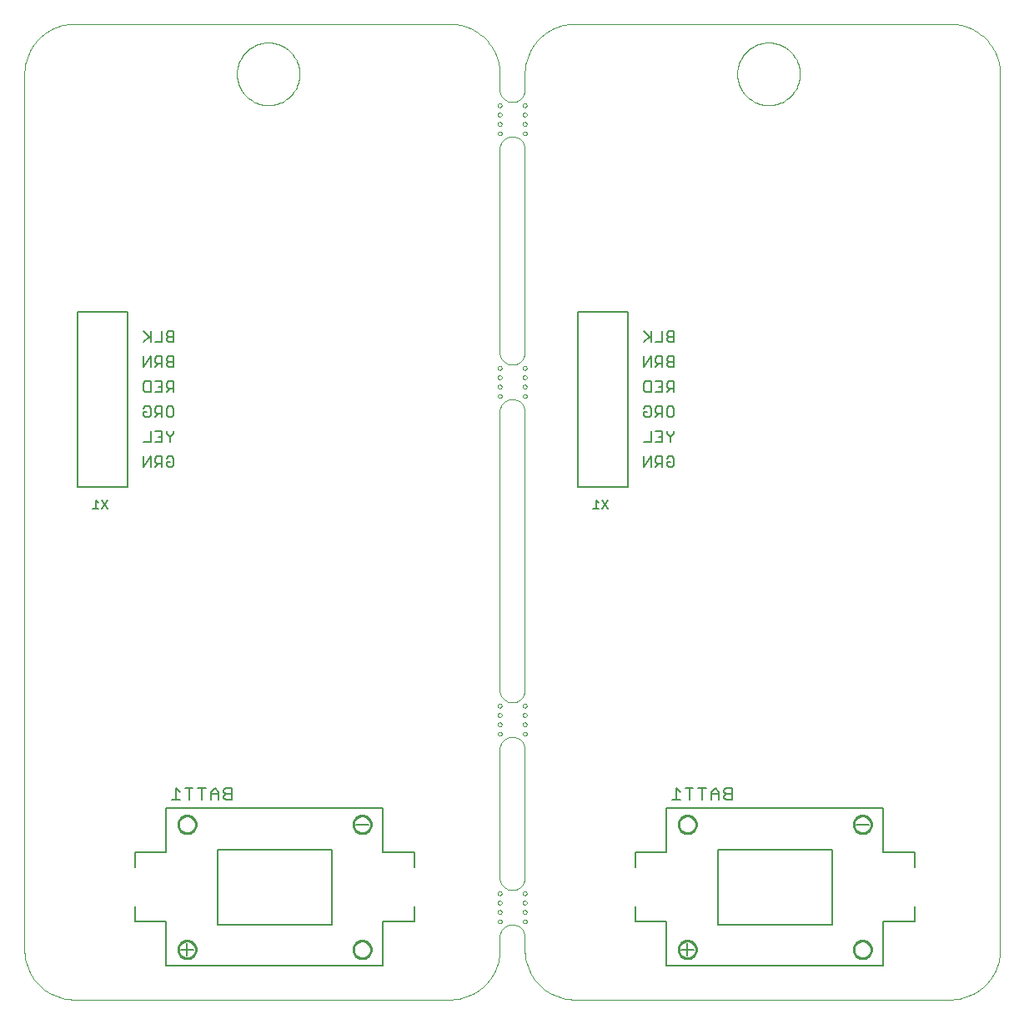
<source format=gbo>
G75*
G70*
%OFA0B0*%
%FSLAX24Y24*%
%IPPOS*%
%LPD*%
%AMOC8*
5,1,8,0,0,1.08239X$1,22.5*
%
%ADD10C,0.0000*%
%ADD11C,0.0080*%
%ADD12C,0.0100*%
D10*
X000655Y002655D02*
X000655Y037655D01*
X000657Y037750D01*
X000664Y037845D01*
X000675Y037940D01*
X000691Y038034D01*
X000711Y038127D01*
X000736Y038218D01*
X000765Y038309D01*
X000798Y038398D01*
X000836Y038486D01*
X000877Y038571D01*
X000923Y038655D01*
X000972Y038736D01*
X001026Y038815D01*
X001083Y038891D01*
X001144Y038965D01*
X001208Y039035D01*
X001275Y039102D01*
X001345Y039166D01*
X001419Y039227D01*
X001495Y039284D01*
X001574Y039338D01*
X001655Y039387D01*
X001739Y039433D01*
X001824Y039474D01*
X001912Y039512D01*
X002001Y039545D01*
X002092Y039574D01*
X002183Y039599D01*
X002276Y039619D01*
X002370Y039635D01*
X002465Y039646D01*
X002560Y039653D01*
X002655Y039655D01*
X017655Y039655D01*
X017750Y039653D01*
X017845Y039646D01*
X017940Y039635D01*
X018034Y039619D01*
X018127Y039599D01*
X018218Y039574D01*
X018309Y039545D01*
X018398Y039512D01*
X018486Y039474D01*
X018571Y039433D01*
X018655Y039387D01*
X018736Y039338D01*
X018815Y039284D01*
X018891Y039227D01*
X018965Y039166D01*
X019035Y039102D01*
X019102Y039035D01*
X019166Y038965D01*
X019227Y038891D01*
X019284Y038815D01*
X019338Y038736D01*
X019387Y038655D01*
X019433Y038571D01*
X019474Y038486D01*
X019512Y038398D01*
X019545Y038309D01*
X019574Y038218D01*
X019599Y038127D01*
X019619Y038034D01*
X019635Y037940D01*
X019646Y037845D01*
X019653Y037750D01*
X019655Y037655D01*
X019655Y037030D01*
X020155Y036530D02*
X020199Y036532D01*
X020242Y036538D01*
X020284Y036547D01*
X020326Y036560D01*
X020366Y036577D01*
X020405Y036597D01*
X020442Y036620D01*
X020476Y036647D01*
X020509Y036676D01*
X020538Y036709D01*
X020565Y036743D01*
X020588Y036780D01*
X020608Y036819D01*
X020625Y036859D01*
X020638Y036901D01*
X020647Y036943D01*
X020653Y036986D01*
X020655Y037030D01*
X020655Y037655D01*
X019655Y037030D02*
X019657Y036986D01*
X019663Y036943D01*
X019672Y036901D01*
X019685Y036859D01*
X019702Y036819D01*
X019722Y036780D01*
X019745Y036743D01*
X019772Y036709D01*
X019801Y036676D01*
X019834Y036647D01*
X019868Y036620D01*
X019905Y036597D01*
X019944Y036577D01*
X019984Y036560D01*
X020026Y036547D01*
X020068Y036538D01*
X020111Y036532D01*
X020155Y036530D01*
X019576Y036405D02*
X019578Y036423D01*
X019584Y036439D01*
X019593Y036454D01*
X019606Y036467D01*
X019621Y036476D01*
X019637Y036482D01*
X019655Y036484D01*
X019673Y036482D01*
X019689Y036476D01*
X019704Y036467D01*
X019717Y036454D01*
X019726Y036439D01*
X019732Y036423D01*
X019734Y036405D01*
X019732Y036387D01*
X019726Y036371D01*
X019717Y036356D01*
X019704Y036343D01*
X019689Y036334D01*
X019673Y036328D01*
X019655Y036326D01*
X019637Y036328D01*
X019621Y036334D01*
X019606Y036343D01*
X019593Y036356D01*
X019584Y036371D01*
X019578Y036387D01*
X019576Y036405D01*
X019576Y036030D02*
X019578Y036048D01*
X019584Y036064D01*
X019593Y036079D01*
X019606Y036092D01*
X019621Y036101D01*
X019637Y036107D01*
X019655Y036109D01*
X019673Y036107D01*
X019689Y036101D01*
X019704Y036092D01*
X019717Y036079D01*
X019726Y036064D01*
X019732Y036048D01*
X019734Y036030D01*
X019732Y036012D01*
X019726Y035996D01*
X019717Y035981D01*
X019704Y035968D01*
X019689Y035959D01*
X019673Y035953D01*
X019655Y035951D01*
X019637Y035953D01*
X019621Y035959D01*
X019606Y035968D01*
X019593Y035981D01*
X019584Y035996D01*
X019578Y036012D01*
X019576Y036030D01*
X019576Y035655D02*
X019578Y035673D01*
X019584Y035689D01*
X019593Y035704D01*
X019606Y035717D01*
X019621Y035726D01*
X019637Y035732D01*
X019655Y035734D01*
X019673Y035732D01*
X019689Y035726D01*
X019704Y035717D01*
X019717Y035704D01*
X019726Y035689D01*
X019732Y035673D01*
X019734Y035655D01*
X019732Y035637D01*
X019726Y035621D01*
X019717Y035606D01*
X019704Y035593D01*
X019689Y035584D01*
X019673Y035578D01*
X019655Y035576D01*
X019637Y035578D01*
X019621Y035584D01*
X019606Y035593D01*
X019593Y035606D01*
X019584Y035621D01*
X019578Y035637D01*
X019576Y035655D01*
X019576Y035280D02*
X019578Y035298D01*
X019584Y035314D01*
X019593Y035329D01*
X019606Y035342D01*
X019621Y035351D01*
X019637Y035357D01*
X019655Y035359D01*
X019673Y035357D01*
X019689Y035351D01*
X019704Y035342D01*
X019717Y035329D01*
X019726Y035314D01*
X019732Y035298D01*
X019734Y035280D01*
X019732Y035262D01*
X019726Y035246D01*
X019717Y035231D01*
X019704Y035218D01*
X019689Y035209D01*
X019673Y035203D01*
X019655Y035201D01*
X019637Y035203D01*
X019621Y035209D01*
X019606Y035218D01*
X019593Y035231D01*
X019584Y035246D01*
X019578Y035262D01*
X019576Y035280D01*
X019655Y034655D02*
X019655Y026530D01*
X020155Y026030D02*
X020199Y026032D01*
X020242Y026038D01*
X020284Y026047D01*
X020326Y026060D01*
X020366Y026077D01*
X020405Y026097D01*
X020442Y026120D01*
X020476Y026147D01*
X020509Y026176D01*
X020538Y026209D01*
X020565Y026243D01*
X020588Y026280D01*
X020608Y026319D01*
X020625Y026359D01*
X020638Y026401D01*
X020647Y026443D01*
X020653Y026486D01*
X020655Y026530D01*
X020655Y034655D01*
X020155Y035155D02*
X020111Y035153D01*
X020068Y035147D01*
X020026Y035138D01*
X019984Y035125D01*
X019944Y035108D01*
X019905Y035088D01*
X019868Y035065D01*
X019834Y035038D01*
X019801Y035009D01*
X019772Y034976D01*
X019745Y034942D01*
X019722Y034905D01*
X019702Y034866D01*
X019685Y034826D01*
X019672Y034784D01*
X019663Y034742D01*
X019657Y034699D01*
X019655Y034655D01*
X020155Y035155D02*
X020199Y035153D01*
X020242Y035147D01*
X020284Y035138D01*
X020326Y035125D01*
X020366Y035108D01*
X020405Y035088D01*
X020442Y035065D01*
X020476Y035038D01*
X020509Y035009D01*
X020538Y034976D01*
X020565Y034942D01*
X020588Y034905D01*
X020608Y034866D01*
X020625Y034826D01*
X020638Y034784D01*
X020647Y034742D01*
X020653Y034699D01*
X020655Y034655D01*
X020576Y035280D02*
X020578Y035298D01*
X020584Y035314D01*
X020593Y035329D01*
X020606Y035342D01*
X020621Y035351D01*
X020637Y035357D01*
X020655Y035359D01*
X020673Y035357D01*
X020689Y035351D01*
X020704Y035342D01*
X020717Y035329D01*
X020726Y035314D01*
X020732Y035298D01*
X020734Y035280D01*
X020732Y035262D01*
X020726Y035246D01*
X020717Y035231D01*
X020704Y035218D01*
X020689Y035209D01*
X020673Y035203D01*
X020655Y035201D01*
X020637Y035203D01*
X020621Y035209D01*
X020606Y035218D01*
X020593Y035231D01*
X020584Y035246D01*
X020578Y035262D01*
X020576Y035280D01*
X020576Y035655D02*
X020578Y035673D01*
X020584Y035689D01*
X020593Y035704D01*
X020606Y035717D01*
X020621Y035726D01*
X020637Y035732D01*
X020655Y035734D01*
X020673Y035732D01*
X020689Y035726D01*
X020704Y035717D01*
X020717Y035704D01*
X020726Y035689D01*
X020732Y035673D01*
X020734Y035655D01*
X020732Y035637D01*
X020726Y035621D01*
X020717Y035606D01*
X020704Y035593D01*
X020689Y035584D01*
X020673Y035578D01*
X020655Y035576D01*
X020637Y035578D01*
X020621Y035584D01*
X020606Y035593D01*
X020593Y035606D01*
X020584Y035621D01*
X020578Y035637D01*
X020576Y035655D01*
X020576Y036030D02*
X020578Y036048D01*
X020584Y036064D01*
X020593Y036079D01*
X020606Y036092D01*
X020621Y036101D01*
X020637Y036107D01*
X020655Y036109D01*
X020673Y036107D01*
X020689Y036101D01*
X020704Y036092D01*
X020717Y036079D01*
X020726Y036064D01*
X020732Y036048D01*
X020734Y036030D01*
X020732Y036012D01*
X020726Y035996D01*
X020717Y035981D01*
X020704Y035968D01*
X020689Y035959D01*
X020673Y035953D01*
X020655Y035951D01*
X020637Y035953D01*
X020621Y035959D01*
X020606Y035968D01*
X020593Y035981D01*
X020584Y035996D01*
X020578Y036012D01*
X020576Y036030D01*
X020576Y036405D02*
X020578Y036423D01*
X020584Y036439D01*
X020593Y036454D01*
X020606Y036467D01*
X020621Y036476D01*
X020637Y036482D01*
X020655Y036484D01*
X020673Y036482D01*
X020689Y036476D01*
X020704Y036467D01*
X020717Y036454D01*
X020726Y036439D01*
X020732Y036423D01*
X020734Y036405D01*
X020732Y036387D01*
X020726Y036371D01*
X020717Y036356D01*
X020704Y036343D01*
X020689Y036334D01*
X020673Y036328D01*
X020655Y036326D01*
X020637Y036328D01*
X020621Y036334D01*
X020606Y036343D01*
X020593Y036356D01*
X020584Y036371D01*
X020578Y036387D01*
X020576Y036405D01*
X020655Y037655D02*
X020657Y037750D01*
X020664Y037845D01*
X020675Y037940D01*
X020691Y038034D01*
X020711Y038127D01*
X020736Y038218D01*
X020765Y038309D01*
X020798Y038398D01*
X020836Y038486D01*
X020877Y038571D01*
X020923Y038655D01*
X020972Y038736D01*
X021026Y038815D01*
X021083Y038891D01*
X021144Y038965D01*
X021208Y039035D01*
X021275Y039102D01*
X021345Y039166D01*
X021419Y039227D01*
X021495Y039284D01*
X021574Y039338D01*
X021655Y039387D01*
X021739Y039433D01*
X021824Y039474D01*
X021912Y039512D01*
X022001Y039545D01*
X022092Y039574D01*
X022183Y039599D01*
X022276Y039619D01*
X022370Y039635D01*
X022465Y039646D01*
X022560Y039653D01*
X022655Y039655D01*
X037655Y039655D01*
X037750Y039653D01*
X037845Y039646D01*
X037940Y039635D01*
X038034Y039619D01*
X038127Y039599D01*
X038218Y039574D01*
X038309Y039545D01*
X038398Y039512D01*
X038486Y039474D01*
X038571Y039433D01*
X038655Y039387D01*
X038736Y039338D01*
X038815Y039284D01*
X038891Y039227D01*
X038965Y039166D01*
X039035Y039102D01*
X039102Y039035D01*
X039166Y038965D01*
X039227Y038891D01*
X039284Y038815D01*
X039338Y038736D01*
X039387Y038655D01*
X039433Y038571D01*
X039474Y038486D01*
X039512Y038398D01*
X039545Y038309D01*
X039574Y038218D01*
X039599Y038127D01*
X039619Y038034D01*
X039635Y037940D01*
X039646Y037845D01*
X039653Y037750D01*
X039655Y037655D01*
X039655Y002655D01*
X039653Y002560D01*
X039646Y002465D01*
X039635Y002370D01*
X039619Y002276D01*
X039599Y002183D01*
X039574Y002092D01*
X039545Y002001D01*
X039512Y001912D01*
X039474Y001824D01*
X039433Y001739D01*
X039387Y001655D01*
X039338Y001574D01*
X039284Y001495D01*
X039227Y001419D01*
X039166Y001345D01*
X039102Y001275D01*
X039035Y001208D01*
X038965Y001144D01*
X038891Y001083D01*
X038815Y001026D01*
X038736Y000972D01*
X038655Y000923D01*
X038571Y000877D01*
X038486Y000836D01*
X038398Y000798D01*
X038309Y000765D01*
X038218Y000736D01*
X038127Y000711D01*
X038034Y000691D01*
X037940Y000675D01*
X037845Y000664D01*
X037750Y000657D01*
X037655Y000655D01*
X022655Y000655D01*
X022560Y000657D01*
X022465Y000664D01*
X022370Y000675D01*
X022276Y000691D01*
X022183Y000711D01*
X022092Y000736D01*
X022001Y000765D01*
X021912Y000798D01*
X021824Y000836D01*
X021739Y000877D01*
X021655Y000923D01*
X021574Y000972D01*
X021495Y001026D01*
X021419Y001083D01*
X021345Y001144D01*
X021275Y001208D01*
X021208Y001275D01*
X021144Y001345D01*
X021083Y001419D01*
X021026Y001495D01*
X020972Y001574D01*
X020923Y001655D01*
X020877Y001739D01*
X020836Y001824D01*
X020798Y001912D01*
X020765Y002001D01*
X020736Y002092D01*
X020711Y002183D01*
X020691Y002276D01*
X020675Y002370D01*
X020664Y002465D01*
X020657Y002560D01*
X020655Y002655D01*
X020655Y003155D01*
X020155Y003655D02*
X020111Y003653D01*
X020068Y003647D01*
X020026Y003638D01*
X019984Y003625D01*
X019944Y003608D01*
X019905Y003588D01*
X019868Y003565D01*
X019834Y003538D01*
X019801Y003509D01*
X019772Y003476D01*
X019745Y003442D01*
X019722Y003405D01*
X019702Y003366D01*
X019685Y003326D01*
X019672Y003284D01*
X019663Y003242D01*
X019657Y003199D01*
X019655Y003155D01*
X019655Y002655D01*
X020655Y003155D02*
X020653Y003199D01*
X020647Y003242D01*
X020638Y003284D01*
X020625Y003326D01*
X020608Y003366D01*
X020588Y003405D01*
X020565Y003442D01*
X020538Y003476D01*
X020509Y003509D01*
X020476Y003538D01*
X020442Y003565D01*
X020405Y003588D01*
X020366Y003608D01*
X020326Y003625D01*
X020284Y003638D01*
X020242Y003647D01*
X020199Y003653D01*
X020155Y003655D01*
X019576Y003780D02*
X019578Y003798D01*
X019584Y003814D01*
X019593Y003829D01*
X019606Y003842D01*
X019621Y003851D01*
X019637Y003857D01*
X019655Y003859D01*
X019673Y003857D01*
X019689Y003851D01*
X019704Y003842D01*
X019717Y003829D01*
X019726Y003814D01*
X019732Y003798D01*
X019734Y003780D01*
X019732Y003762D01*
X019726Y003746D01*
X019717Y003731D01*
X019704Y003718D01*
X019689Y003709D01*
X019673Y003703D01*
X019655Y003701D01*
X019637Y003703D01*
X019621Y003709D01*
X019606Y003718D01*
X019593Y003731D01*
X019584Y003746D01*
X019578Y003762D01*
X019576Y003780D01*
X019576Y004155D02*
X019578Y004173D01*
X019584Y004189D01*
X019593Y004204D01*
X019606Y004217D01*
X019621Y004226D01*
X019637Y004232D01*
X019655Y004234D01*
X019673Y004232D01*
X019689Y004226D01*
X019704Y004217D01*
X019717Y004204D01*
X019726Y004189D01*
X019732Y004173D01*
X019734Y004155D01*
X019732Y004137D01*
X019726Y004121D01*
X019717Y004106D01*
X019704Y004093D01*
X019689Y004084D01*
X019673Y004078D01*
X019655Y004076D01*
X019637Y004078D01*
X019621Y004084D01*
X019606Y004093D01*
X019593Y004106D01*
X019584Y004121D01*
X019578Y004137D01*
X019576Y004155D01*
X019576Y004530D02*
X019578Y004548D01*
X019584Y004564D01*
X019593Y004579D01*
X019606Y004592D01*
X019621Y004601D01*
X019637Y004607D01*
X019655Y004609D01*
X019673Y004607D01*
X019689Y004601D01*
X019704Y004592D01*
X019717Y004579D01*
X019726Y004564D01*
X019732Y004548D01*
X019734Y004530D01*
X019732Y004512D01*
X019726Y004496D01*
X019717Y004481D01*
X019704Y004468D01*
X019689Y004459D01*
X019673Y004453D01*
X019655Y004451D01*
X019637Y004453D01*
X019621Y004459D01*
X019606Y004468D01*
X019593Y004481D01*
X019584Y004496D01*
X019578Y004512D01*
X019576Y004530D01*
X019576Y004905D02*
X019578Y004923D01*
X019584Y004939D01*
X019593Y004954D01*
X019606Y004967D01*
X019621Y004976D01*
X019637Y004982D01*
X019655Y004984D01*
X019673Y004982D01*
X019689Y004976D01*
X019704Y004967D01*
X019717Y004954D01*
X019726Y004939D01*
X019732Y004923D01*
X019734Y004905D01*
X019732Y004887D01*
X019726Y004871D01*
X019717Y004856D01*
X019704Y004843D01*
X019689Y004834D01*
X019673Y004828D01*
X019655Y004826D01*
X019637Y004828D01*
X019621Y004834D01*
X019606Y004843D01*
X019593Y004856D01*
X019584Y004871D01*
X019578Y004887D01*
X019576Y004905D01*
X019655Y005530D02*
X019655Y010655D01*
X019657Y010699D01*
X019663Y010742D01*
X019672Y010784D01*
X019685Y010826D01*
X019702Y010866D01*
X019722Y010905D01*
X019745Y010942D01*
X019772Y010976D01*
X019801Y011009D01*
X019834Y011038D01*
X019868Y011065D01*
X019905Y011088D01*
X019944Y011108D01*
X019984Y011125D01*
X020026Y011138D01*
X020068Y011147D01*
X020111Y011153D01*
X020155Y011155D01*
X020199Y011153D01*
X020242Y011147D01*
X020284Y011138D01*
X020326Y011125D01*
X020366Y011108D01*
X020405Y011088D01*
X020442Y011065D01*
X020476Y011038D01*
X020509Y011009D01*
X020538Y010976D01*
X020565Y010942D01*
X020588Y010905D01*
X020608Y010866D01*
X020625Y010826D01*
X020638Y010784D01*
X020647Y010742D01*
X020653Y010699D01*
X020655Y010655D01*
X020655Y005530D01*
X020653Y005486D01*
X020647Y005443D01*
X020638Y005401D01*
X020625Y005359D01*
X020608Y005319D01*
X020588Y005280D01*
X020565Y005243D01*
X020538Y005209D01*
X020509Y005176D01*
X020476Y005147D01*
X020442Y005120D01*
X020405Y005097D01*
X020366Y005077D01*
X020326Y005060D01*
X020284Y005047D01*
X020242Y005038D01*
X020199Y005032D01*
X020155Y005030D01*
X020111Y005032D01*
X020068Y005038D01*
X020026Y005047D01*
X019984Y005060D01*
X019944Y005077D01*
X019905Y005097D01*
X019868Y005120D01*
X019834Y005147D01*
X019801Y005176D01*
X019772Y005209D01*
X019745Y005243D01*
X019722Y005280D01*
X019702Y005319D01*
X019685Y005359D01*
X019672Y005401D01*
X019663Y005443D01*
X019657Y005486D01*
X019655Y005530D01*
X020576Y004905D02*
X020578Y004923D01*
X020584Y004939D01*
X020593Y004954D01*
X020606Y004967D01*
X020621Y004976D01*
X020637Y004982D01*
X020655Y004984D01*
X020673Y004982D01*
X020689Y004976D01*
X020704Y004967D01*
X020717Y004954D01*
X020726Y004939D01*
X020732Y004923D01*
X020734Y004905D01*
X020732Y004887D01*
X020726Y004871D01*
X020717Y004856D01*
X020704Y004843D01*
X020689Y004834D01*
X020673Y004828D01*
X020655Y004826D01*
X020637Y004828D01*
X020621Y004834D01*
X020606Y004843D01*
X020593Y004856D01*
X020584Y004871D01*
X020578Y004887D01*
X020576Y004905D01*
X020576Y004530D02*
X020578Y004548D01*
X020584Y004564D01*
X020593Y004579D01*
X020606Y004592D01*
X020621Y004601D01*
X020637Y004607D01*
X020655Y004609D01*
X020673Y004607D01*
X020689Y004601D01*
X020704Y004592D01*
X020717Y004579D01*
X020726Y004564D01*
X020732Y004548D01*
X020734Y004530D01*
X020732Y004512D01*
X020726Y004496D01*
X020717Y004481D01*
X020704Y004468D01*
X020689Y004459D01*
X020673Y004453D01*
X020655Y004451D01*
X020637Y004453D01*
X020621Y004459D01*
X020606Y004468D01*
X020593Y004481D01*
X020584Y004496D01*
X020578Y004512D01*
X020576Y004530D01*
X020576Y004155D02*
X020578Y004173D01*
X020584Y004189D01*
X020593Y004204D01*
X020606Y004217D01*
X020621Y004226D01*
X020637Y004232D01*
X020655Y004234D01*
X020673Y004232D01*
X020689Y004226D01*
X020704Y004217D01*
X020717Y004204D01*
X020726Y004189D01*
X020732Y004173D01*
X020734Y004155D01*
X020732Y004137D01*
X020726Y004121D01*
X020717Y004106D01*
X020704Y004093D01*
X020689Y004084D01*
X020673Y004078D01*
X020655Y004076D01*
X020637Y004078D01*
X020621Y004084D01*
X020606Y004093D01*
X020593Y004106D01*
X020584Y004121D01*
X020578Y004137D01*
X020576Y004155D01*
X020576Y003780D02*
X020578Y003798D01*
X020584Y003814D01*
X020593Y003829D01*
X020606Y003842D01*
X020621Y003851D01*
X020637Y003857D01*
X020655Y003859D01*
X020673Y003857D01*
X020689Y003851D01*
X020704Y003842D01*
X020717Y003829D01*
X020726Y003814D01*
X020732Y003798D01*
X020734Y003780D01*
X020732Y003762D01*
X020726Y003746D01*
X020717Y003731D01*
X020704Y003718D01*
X020689Y003709D01*
X020673Y003703D01*
X020655Y003701D01*
X020637Y003703D01*
X020621Y003709D01*
X020606Y003718D01*
X020593Y003731D01*
X020584Y003746D01*
X020578Y003762D01*
X020576Y003780D01*
X019655Y002655D02*
X019653Y002560D01*
X019646Y002465D01*
X019635Y002370D01*
X019619Y002276D01*
X019599Y002183D01*
X019574Y002092D01*
X019545Y002001D01*
X019512Y001912D01*
X019474Y001824D01*
X019433Y001739D01*
X019387Y001655D01*
X019338Y001574D01*
X019284Y001495D01*
X019227Y001419D01*
X019166Y001345D01*
X019102Y001275D01*
X019035Y001208D01*
X018965Y001144D01*
X018891Y001083D01*
X018815Y001026D01*
X018736Y000972D01*
X018655Y000923D01*
X018571Y000877D01*
X018486Y000836D01*
X018398Y000798D01*
X018309Y000765D01*
X018218Y000736D01*
X018127Y000711D01*
X018034Y000691D01*
X017940Y000675D01*
X017845Y000664D01*
X017750Y000657D01*
X017655Y000655D01*
X002655Y000655D01*
X002560Y000657D01*
X002465Y000664D01*
X002370Y000675D01*
X002276Y000691D01*
X002183Y000711D01*
X002092Y000736D01*
X002001Y000765D01*
X001912Y000798D01*
X001824Y000836D01*
X001739Y000877D01*
X001655Y000923D01*
X001574Y000972D01*
X001495Y001026D01*
X001419Y001083D01*
X001345Y001144D01*
X001275Y001208D01*
X001208Y001275D01*
X001144Y001345D01*
X001083Y001419D01*
X001026Y001495D01*
X000972Y001574D01*
X000923Y001655D01*
X000877Y001739D01*
X000836Y001824D01*
X000798Y001912D01*
X000765Y002001D01*
X000736Y002092D01*
X000711Y002183D01*
X000691Y002276D01*
X000675Y002370D01*
X000664Y002465D01*
X000657Y002560D01*
X000655Y002655D01*
X019576Y011280D02*
X019578Y011298D01*
X019584Y011314D01*
X019593Y011329D01*
X019606Y011342D01*
X019621Y011351D01*
X019637Y011357D01*
X019655Y011359D01*
X019673Y011357D01*
X019689Y011351D01*
X019704Y011342D01*
X019717Y011329D01*
X019726Y011314D01*
X019732Y011298D01*
X019734Y011280D01*
X019732Y011262D01*
X019726Y011246D01*
X019717Y011231D01*
X019704Y011218D01*
X019689Y011209D01*
X019673Y011203D01*
X019655Y011201D01*
X019637Y011203D01*
X019621Y011209D01*
X019606Y011218D01*
X019593Y011231D01*
X019584Y011246D01*
X019578Y011262D01*
X019576Y011280D01*
X019576Y011655D02*
X019578Y011673D01*
X019584Y011689D01*
X019593Y011704D01*
X019606Y011717D01*
X019621Y011726D01*
X019637Y011732D01*
X019655Y011734D01*
X019673Y011732D01*
X019689Y011726D01*
X019704Y011717D01*
X019717Y011704D01*
X019726Y011689D01*
X019732Y011673D01*
X019734Y011655D01*
X019732Y011637D01*
X019726Y011621D01*
X019717Y011606D01*
X019704Y011593D01*
X019689Y011584D01*
X019673Y011578D01*
X019655Y011576D01*
X019637Y011578D01*
X019621Y011584D01*
X019606Y011593D01*
X019593Y011606D01*
X019584Y011621D01*
X019578Y011637D01*
X019576Y011655D01*
X019576Y012030D02*
X019578Y012048D01*
X019584Y012064D01*
X019593Y012079D01*
X019606Y012092D01*
X019621Y012101D01*
X019637Y012107D01*
X019655Y012109D01*
X019673Y012107D01*
X019689Y012101D01*
X019704Y012092D01*
X019717Y012079D01*
X019726Y012064D01*
X019732Y012048D01*
X019734Y012030D01*
X019732Y012012D01*
X019726Y011996D01*
X019717Y011981D01*
X019704Y011968D01*
X019689Y011959D01*
X019673Y011953D01*
X019655Y011951D01*
X019637Y011953D01*
X019621Y011959D01*
X019606Y011968D01*
X019593Y011981D01*
X019584Y011996D01*
X019578Y012012D01*
X019576Y012030D01*
X019576Y012405D02*
X019578Y012423D01*
X019584Y012439D01*
X019593Y012454D01*
X019606Y012467D01*
X019621Y012476D01*
X019637Y012482D01*
X019655Y012484D01*
X019673Y012482D01*
X019689Y012476D01*
X019704Y012467D01*
X019717Y012454D01*
X019726Y012439D01*
X019732Y012423D01*
X019734Y012405D01*
X019732Y012387D01*
X019726Y012371D01*
X019717Y012356D01*
X019704Y012343D01*
X019689Y012334D01*
X019673Y012328D01*
X019655Y012326D01*
X019637Y012328D01*
X019621Y012334D01*
X019606Y012343D01*
X019593Y012356D01*
X019584Y012371D01*
X019578Y012387D01*
X019576Y012405D01*
X019655Y013030D02*
X019655Y024155D01*
X019657Y024199D01*
X019663Y024242D01*
X019672Y024284D01*
X019685Y024326D01*
X019702Y024366D01*
X019722Y024405D01*
X019745Y024442D01*
X019772Y024476D01*
X019801Y024509D01*
X019834Y024538D01*
X019868Y024565D01*
X019905Y024588D01*
X019944Y024608D01*
X019984Y024625D01*
X020026Y024638D01*
X020068Y024647D01*
X020111Y024653D01*
X020155Y024655D01*
X019576Y024780D02*
X019578Y024798D01*
X019584Y024814D01*
X019593Y024829D01*
X019606Y024842D01*
X019621Y024851D01*
X019637Y024857D01*
X019655Y024859D01*
X019673Y024857D01*
X019689Y024851D01*
X019704Y024842D01*
X019717Y024829D01*
X019726Y024814D01*
X019732Y024798D01*
X019734Y024780D01*
X019732Y024762D01*
X019726Y024746D01*
X019717Y024731D01*
X019704Y024718D01*
X019689Y024709D01*
X019673Y024703D01*
X019655Y024701D01*
X019637Y024703D01*
X019621Y024709D01*
X019606Y024718D01*
X019593Y024731D01*
X019584Y024746D01*
X019578Y024762D01*
X019576Y024780D01*
X019576Y025155D02*
X019578Y025173D01*
X019584Y025189D01*
X019593Y025204D01*
X019606Y025217D01*
X019621Y025226D01*
X019637Y025232D01*
X019655Y025234D01*
X019673Y025232D01*
X019689Y025226D01*
X019704Y025217D01*
X019717Y025204D01*
X019726Y025189D01*
X019732Y025173D01*
X019734Y025155D01*
X019732Y025137D01*
X019726Y025121D01*
X019717Y025106D01*
X019704Y025093D01*
X019689Y025084D01*
X019673Y025078D01*
X019655Y025076D01*
X019637Y025078D01*
X019621Y025084D01*
X019606Y025093D01*
X019593Y025106D01*
X019584Y025121D01*
X019578Y025137D01*
X019576Y025155D01*
X019576Y025530D02*
X019578Y025548D01*
X019584Y025564D01*
X019593Y025579D01*
X019606Y025592D01*
X019621Y025601D01*
X019637Y025607D01*
X019655Y025609D01*
X019673Y025607D01*
X019689Y025601D01*
X019704Y025592D01*
X019717Y025579D01*
X019726Y025564D01*
X019732Y025548D01*
X019734Y025530D01*
X019732Y025512D01*
X019726Y025496D01*
X019717Y025481D01*
X019704Y025468D01*
X019689Y025459D01*
X019673Y025453D01*
X019655Y025451D01*
X019637Y025453D01*
X019621Y025459D01*
X019606Y025468D01*
X019593Y025481D01*
X019584Y025496D01*
X019578Y025512D01*
X019576Y025530D01*
X019576Y025905D02*
X019578Y025923D01*
X019584Y025939D01*
X019593Y025954D01*
X019606Y025967D01*
X019621Y025976D01*
X019637Y025982D01*
X019655Y025984D01*
X019673Y025982D01*
X019689Y025976D01*
X019704Y025967D01*
X019717Y025954D01*
X019726Y025939D01*
X019732Y025923D01*
X019734Y025905D01*
X019732Y025887D01*
X019726Y025871D01*
X019717Y025856D01*
X019704Y025843D01*
X019689Y025834D01*
X019673Y025828D01*
X019655Y025826D01*
X019637Y025828D01*
X019621Y025834D01*
X019606Y025843D01*
X019593Y025856D01*
X019584Y025871D01*
X019578Y025887D01*
X019576Y025905D01*
X020155Y026030D02*
X020111Y026032D01*
X020068Y026038D01*
X020026Y026047D01*
X019984Y026060D01*
X019944Y026077D01*
X019905Y026097D01*
X019868Y026120D01*
X019834Y026147D01*
X019801Y026176D01*
X019772Y026209D01*
X019745Y026243D01*
X019722Y026280D01*
X019702Y026319D01*
X019685Y026359D01*
X019672Y026401D01*
X019663Y026443D01*
X019657Y026486D01*
X019655Y026530D01*
X020576Y025905D02*
X020578Y025923D01*
X020584Y025939D01*
X020593Y025954D01*
X020606Y025967D01*
X020621Y025976D01*
X020637Y025982D01*
X020655Y025984D01*
X020673Y025982D01*
X020689Y025976D01*
X020704Y025967D01*
X020717Y025954D01*
X020726Y025939D01*
X020732Y025923D01*
X020734Y025905D01*
X020732Y025887D01*
X020726Y025871D01*
X020717Y025856D01*
X020704Y025843D01*
X020689Y025834D01*
X020673Y025828D01*
X020655Y025826D01*
X020637Y025828D01*
X020621Y025834D01*
X020606Y025843D01*
X020593Y025856D01*
X020584Y025871D01*
X020578Y025887D01*
X020576Y025905D01*
X020576Y025530D02*
X020578Y025548D01*
X020584Y025564D01*
X020593Y025579D01*
X020606Y025592D01*
X020621Y025601D01*
X020637Y025607D01*
X020655Y025609D01*
X020673Y025607D01*
X020689Y025601D01*
X020704Y025592D01*
X020717Y025579D01*
X020726Y025564D01*
X020732Y025548D01*
X020734Y025530D01*
X020732Y025512D01*
X020726Y025496D01*
X020717Y025481D01*
X020704Y025468D01*
X020689Y025459D01*
X020673Y025453D01*
X020655Y025451D01*
X020637Y025453D01*
X020621Y025459D01*
X020606Y025468D01*
X020593Y025481D01*
X020584Y025496D01*
X020578Y025512D01*
X020576Y025530D01*
X020576Y025155D02*
X020578Y025173D01*
X020584Y025189D01*
X020593Y025204D01*
X020606Y025217D01*
X020621Y025226D01*
X020637Y025232D01*
X020655Y025234D01*
X020673Y025232D01*
X020689Y025226D01*
X020704Y025217D01*
X020717Y025204D01*
X020726Y025189D01*
X020732Y025173D01*
X020734Y025155D01*
X020732Y025137D01*
X020726Y025121D01*
X020717Y025106D01*
X020704Y025093D01*
X020689Y025084D01*
X020673Y025078D01*
X020655Y025076D01*
X020637Y025078D01*
X020621Y025084D01*
X020606Y025093D01*
X020593Y025106D01*
X020584Y025121D01*
X020578Y025137D01*
X020576Y025155D01*
X020576Y024780D02*
X020578Y024798D01*
X020584Y024814D01*
X020593Y024829D01*
X020606Y024842D01*
X020621Y024851D01*
X020637Y024857D01*
X020655Y024859D01*
X020673Y024857D01*
X020689Y024851D01*
X020704Y024842D01*
X020717Y024829D01*
X020726Y024814D01*
X020732Y024798D01*
X020734Y024780D01*
X020732Y024762D01*
X020726Y024746D01*
X020717Y024731D01*
X020704Y024718D01*
X020689Y024709D01*
X020673Y024703D01*
X020655Y024701D01*
X020637Y024703D01*
X020621Y024709D01*
X020606Y024718D01*
X020593Y024731D01*
X020584Y024746D01*
X020578Y024762D01*
X020576Y024780D01*
X020655Y024155D02*
X020655Y013030D01*
X020653Y012986D01*
X020647Y012943D01*
X020638Y012901D01*
X020625Y012859D01*
X020608Y012819D01*
X020588Y012780D01*
X020565Y012743D01*
X020538Y012709D01*
X020509Y012676D01*
X020476Y012647D01*
X020442Y012620D01*
X020405Y012597D01*
X020366Y012577D01*
X020326Y012560D01*
X020284Y012547D01*
X020242Y012538D01*
X020199Y012532D01*
X020155Y012530D01*
X020111Y012532D01*
X020068Y012538D01*
X020026Y012547D01*
X019984Y012560D01*
X019944Y012577D01*
X019905Y012597D01*
X019868Y012620D01*
X019834Y012647D01*
X019801Y012676D01*
X019772Y012709D01*
X019745Y012743D01*
X019722Y012780D01*
X019702Y012819D01*
X019685Y012859D01*
X019672Y012901D01*
X019663Y012943D01*
X019657Y012986D01*
X019655Y013030D01*
X020576Y012405D02*
X020578Y012423D01*
X020584Y012439D01*
X020593Y012454D01*
X020606Y012467D01*
X020621Y012476D01*
X020637Y012482D01*
X020655Y012484D01*
X020673Y012482D01*
X020689Y012476D01*
X020704Y012467D01*
X020717Y012454D01*
X020726Y012439D01*
X020732Y012423D01*
X020734Y012405D01*
X020732Y012387D01*
X020726Y012371D01*
X020717Y012356D01*
X020704Y012343D01*
X020689Y012334D01*
X020673Y012328D01*
X020655Y012326D01*
X020637Y012328D01*
X020621Y012334D01*
X020606Y012343D01*
X020593Y012356D01*
X020584Y012371D01*
X020578Y012387D01*
X020576Y012405D01*
X020576Y012030D02*
X020578Y012048D01*
X020584Y012064D01*
X020593Y012079D01*
X020606Y012092D01*
X020621Y012101D01*
X020637Y012107D01*
X020655Y012109D01*
X020673Y012107D01*
X020689Y012101D01*
X020704Y012092D01*
X020717Y012079D01*
X020726Y012064D01*
X020732Y012048D01*
X020734Y012030D01*
X020732Y012012D01*
X020726Y011996D01*
X020717Y011981D01*
X020704Y011968D01*
X020689Y011959D01*
X020673Y011953D01*
X020655Y011951D01*
X020637Y011953D01*
X020621Y011959D01*
X020606Y011968D01*
X020593Y011981D01*
X020584Y011996D01*
X020578Y012012D01*
X020576Y012030D01*
X020576Y011655D02*
X020578Y011673D01*
X020584Y011689D01*
X020593Y011704D01*
X020606Y011717D01*
X020621Y011726D01*
X020637Y011732D01*
X020655Y011734D01*
X020673Y011732D01*
X020689Y011726D01*
X020704Y011717D01*
X020717Y011704D01*
X020726Y011689D01*
X020732Y011673D01*
X020734Y011655D01*
X020732Y011637D01*
X020726Y011621D01*
X020717Y011606D01*
X020704Y011593D01*
X020689Y011584D01*
X020673Y011578D01*
X020655Y011576D01*
X020637Y011578D01*
X020621Y011584D01*
X020606Y011593D01*
X020593Y011606D01*
X020584Y011621D01*
X020578Y011637D01*
X020576Y011655D01*
X020576Y011280D02*
X020578Y011298D01*
X020584Y011314D01*
X020593Y011329D01*
X020606Y011342D01*
X020621Y011351D01*
X020637Y011357D01*
X020655Y011359D01*
X020673Y011357D01*
X020689Y011351D01*
X020704Y011342D01*
X020717Y011329D01*
X020726Y011314D01*
X020732Y011298D01*
X020734Y011280D01*
X020732Y011262D01*
X020726Y011246D01*
X020717Y011231D01*
X020704Y011218D01*
X020689Y011209D01*
X020673Y011203D01*
X020655Y011201D01*
X020637Y011203D01*
X020621Y011209D01*
X020606Y011218D01*
X020593Y011231D01*
X020584Y011246D01*
X020578Y011262D01*
X020576Y011280D01*
X020655Y024155D02*
X020653Y024199D01*
X020647Y024242D01*
X020638Y024284D01*
X020625Y024326D01*
X020608Y024366D01*
X020588Y024405D01*
X020565Y024442D01*
X020538Y024476D01*
X020509Y024509D01*
X020476Y024538D01*
X020442Y024565D01*
X020405Y024588D01*
X020366Y024608D01*
X020326Y024625D01*
X020284Y024638D01*
X020242Y024647D01*
X020199Y024653D01*
X020155Y024655D01*
X009155Y037655D02*
X009157Y037725D01*
X009163Y037795D01*
X009173Y037864D01*
X009186Y037933D01*
X009204Y038001D01*
X009225Y038068D01*
X009250Y038133D01*
X009279Y038197D01*
X009311Y038260D01*
X009347Y038320D01*
X009386Y038378D01*
X009428Y038434D01*
X009473Y038488D01*
X009521Y038539D01*
X009572Y038587D01*
X009626Y038632D01*
X009682Y038674D01*
X009740Y038713D01*
X009800Y038749D01*
X009863Y038781D01*
X009927Y038810D01*
X009992Y038835D01*
X010059Y038856D01*
X010127Y038874D01*
X010196Y038887D01*
X010265Y038897D01*
X010335Y038903D01*
X010405Y038905D01*
X010475Y038903D01*
X010545Y038897D01*
X010614Y038887D01*
X010683Y038874D01*
X010751Y038856D01*
X010818Y038835D01*
X010883Y038810D01*
X010947Y038781D01*
X011010Y038749D01*
X011070Y038713D01*
X011128Y038674D01*
X011184Y038632D01*
X011238Y038587D01*
X011289Y038539D01*
X011337Y038488D01*
X011382Y038434D01*
X011424Y038378D01*
X011463Y038320D01*
X011499Y038260D01*
X011531Y038197D01*
X011560Y038133D01*
X011585Y038068D01*
X011606Y038001D01*
X011624Y037933D01*
X011637Y037864D01*
X011647Y037795D01*
X011653Y037725D01*
X011655Y037655D01*
X011653Y037585D01*
X011647Y037515D01*
X011637Y037446D01*
X011624Y037377D01*
X011606Y037309D01*
X011585Y037242D01*
X011560Y037177D01*
X011531Y037113D01*
X011499Y037050D01*
X011463Y036990D01*
X011424Y036932D01*
X011382Y036876D01*
X011337Y036822D01*
X011289Y036771D01*
X011238Y036723D01*
X011184Y036678D01*
X011128Y036636D01*
X011070Y036597D01*
X011010Y036561D01*
X010947Y036529D01*
X010883Y036500D01*
X010818Y036475D01*
X010751Y036454D01*
X010683Y036436D01*
X010614Y036423D01*
X010545Y036413D01*
X010475Y036407D01*
X010405Y036405D01*
X010335Y036407D01*
X010265Y036413D01*
X010196Y036423D01*
X010127Y036436D01*
X010059Y036454D01*
X009992Y036475D01*
X009927Y036500D01*
X009863Y036529D01*
X009800Y036561D01*
X009740Y036597D01*
X009682Y036636D01*
X009626Y036678D01*
X009572Y036723D01*
X009521Y036771D01*
X009473Y036822D01*
X009428Y036876D01*
X009386Y036932D01*
X009347Y036990D01*
X009311Y037050D01*
X009279Y037113D01*
X009250Y037177D01*
X009225Y037242D01*
X009204Y037309D01*
X009186Y037377D01*
X009173Y037446D01*
X009163Y037515D01*
X009157Y037585D01*
X009155Y037655D01*
X029155Y037655D02*
X029157Y037725D01*
X029163Y037795D01*
X029173Y037864D01*
X029186Y037933D01*
X029204Y038001D01*
X029225Y038068D01*
X029250Y038133D01*
X029279Y038197D01*
X029311Y038260D01*
X029347Y038320D01*
X029386Y038378D01*
X029428Y038434D01*
X029473Y038488D01*
X029521Y038539D01*
X029572Y038587D01*
X029626Y038632D01*
X029682Y038674D01*
X029740Y038713D01*
X029800Y038749D01*
X029863Y038781D01*
X029927Y038810D01*
X029992Y038835D01*
X030059Y038856D01*
X030127Y038874D01*
X030196Y038887D01*
X030265Y038897D01*
X030335Y038903D01*
X030405Y038905D01*
X030475Y038903D01*
X030545Y038897D01*
X030614Y038887D01*
X030683Y038874D01*
X030751Y038856D01*
X030818Y038835D01*
X030883Y038810D01*
X030947Y038781D01*
X031010Y038749D01*
X031070Y038713D01*
X031128Y038674D01*
X031184Y038632D01*
X031238Y038587D01*
X031289Y038539D01*
X031337Y038488D01*
X031382Y038434D01*
X031424Y038378D01*
X031463Y038320D01*
X031499Y038260D01*
X031531Y038197D01*
X031560Y038133D01*
X031585Y038068D01*
X031606Y038001D01*
X031624Y037933D01*
X031637Y037864D01*
X031647Y037795D01*
X031653Y037725D01*
X031655Y037655D01*
X031653Y037585D01*
X031647Y037515D01*
X031637Y037446D01*
X031624Y037377D01*
X031606Y037309D01*
X031585Y037242D01*
X031560Y037177D01*
X031531Y037113D01*
X031499Y037050D01*
X031463Y036990D01*
X031424Y036932D01*
X031382Y036876D01*
X031337Y036822D01*
X031289Y036771D01*
X031238Y036723D01*
X031184Y036678D01*
X031128Y036636D01*
X031070Y036597D01*
X031010Y036561D01*
X030947Y036529D01*
X030883Y036500D01*
X030818Y036475D01*
X030751Y036454D01*
X030683Y036436D01*
X030614Y036423D01*
X030545Y036413D01*
X030475Y036407D01*
X030405Y036405D01*
X030335Y036407D01*
X030265Y036413D01*
X030196Y036423D01*
X030127Y036436D01*
X030059Y036454D01*
X029992Y036475D01*
X029927Y036500D01*
X029863Y036529D01*
X029800Y036561D01*
X029740Y036597D01*
X029682Y036636D01*
X029626Y036678D01*
X029572Y036723D01*
X029521Y036771D01*
X029473Y036822D01*
X029428Y036876D01*
X029386Y036932D01*
X029347Y036990D01*
X029311Y037050D01*
X029279Y037113D01*
X029250Y037177D01*
X029225Y037242D01*
X029204Y037309D01*
X029186Y037377D01*
X029173Y037446D01*
X029163Y037515D01*
X029157Y037585D01*
X029155Y037655D01*
D11*
X024780Y028155D02*
X022780Y028155D01*
X022780Y021155D01*
X024780Y021155D01*
X024780Y028155D01*
X025420Y027365D02*
X025701Y027085D01*
X025631Y027155D02*
X025420Y026945D01*
X025701Y026945D02*
X025701Y027365D01*
X025881Y026945D02*
X026161Y026945D01*
X026161Y027365D01*
X026341Y027295D02*
X026341Y027225D01*
X026411Y027155D01*
X026621Y027155D01*
X026621Y026945D02*
X026621Y027365D01*
X026411Y027365D01*
X026341Y027295D01*
X026411Y027155D02*
X026341Y027085D01*
X026341Y027015D01*
X026411Y026945D01*
X026621Y026945D01*
X026621Y026365D02*
X026411Y026365D01*
X026341Y026295D01*
X026341Y026225D01*
X026411Y026155D01*
X026621Y026155D01*
X026621Y025945D02*
X026411Y025945D01*
X026341Y026015D01*
X026341Y026085D01*
X026411Y026155D01*
X026161Y026085D02*
X025951Y026085D01*
X025881Y026155D01*
X025881Y026295D01*
X025951Y026365D01*
X026161Y026365D01*
X026161Y025945D01*
X026021Y026085D02*
X025881Y025945D01*
X025701Y025945D02*
X025701Y026365D01*
X025420Y025945D01*
X025420Y026365D01*
X025490Y025365D02*
X025701Y025365D01*
X025701Y024945D01*
X025490Y024945D01*
X025420Y025015D01*
X025420Y025295D01*
X025490Y025365D01*
X025881Y025365D02*
X026161Y025365D01*
X026161Y024945D01*
X025881Y024945D01*
X026021Y025155D02*
X026161Y025155D01*
X026341Y025155D02*
X026411Y025085D01*
X026621Y025085D01*
X026481Y025085D02*
X026341Y024945D01*
X026341Y025155D02*
X026341Y025295D01*
X026411Y025365D01*
X026621Y025365D01*
X026621Y024945D01*
X026551Y024365D02*
X026411Y024365D01*
X026341Y024295D01*
X026341Y024015D01*
X026411Y023945D01*
X026551Y023945D01*
X026621Y024015D01*
X026621Y024295D01*
X026551Y024365D01*
X026161Y024365D02*
X026161Y023945D01*
X026161Y024085D02*
X025951Y024085D01*
X025881Y024155D01*
X025881Y024295D01*
X025951Y024365D01*
X026161Y024365D01*
X026021Y024085D02*
X025881Y023945D01*
X025701Y024015D02*
X025701Y024295D01*
X025631Y024365D01*
X025490Y024365D01*
X025420Y024295D01*
X025420Y024155D02*
X025560Y024155D01*
X025420Y024155D02*
X025420Y024015D01*
X025490Y023945D01*
X025631Y023945D01*
X025701Y024015D01*
X025701Y023365D02*
X025701Y022945D01*
X025420Y022945D01*
X025881Y022945D02*
X026161Y022945D01*
X026161Y023365D01*
X025881Y023365D01*
X026021Y023155D02*
X026161Y023155D01*
X026341Y023295D02*
X026341Y023365D01*
X026341Y023295D02*
X026481Y023155D01*
X026481Y022945D01*
X026481Y023155D02*
X026621Y023295D01*
X026621Y023365D01*
X026551Y022365D02*
X026411Y022365D01*
X026341Y022295D01*
X026341Y022155D02*
X026481Y022155D01*
X026341Y022155D02*
X026341Y022015D01*
X026411Y021945D01*
X026551Y021945D01*
X026621Y022015D01*
X026621Y022295D01*
X026551Y022365D01*
X026161Y022365D02*
X026161Y021945D01*
X026161Y022085D02*
X025951Y022085D01*
X025881Y022155D01*
X025881Y022295D01*
X025951Y022365D01*
X026161Y022365D01*
X026021Y022085D02*
X025881Y021945D01*
X025701Y021945D02*
X025701Y022365D01*
X025420Y021945D01*
X025420Y022365D01*
X023977Y020615D02*
X023763Y020295D01*
X023608Y020295D02*
X023395Y020295D01*
X023502Y020295D02*
X023502Y020615D01*
X023608Y020509D01*
X023763Y020615D02*
X023977Y020295D01*
X026621Y025945D02*
X026621Y026365D01*
X026721Y009116D02*
X026721Y008635D01*
X026881Y008635D02*
X026561Y008635D01*
X026324Y008305D02*
X026324Y006533D01*
X025065Y006533D01*
X025065Y005943D01*
X025065Y004368D02*
X025065Y003777D01*
X026324Y003777D01*
X026324Y002006D01*
X034986Y002006D01*
X034986Y003777D01*
X036246Y003777D01*
X036246Y004368D01*
X036246Y005943D02*
X036246Y006533D01*
X034986Y006533D01*
X034986Y008305D01*
X026324Y008305D01*
X026881Y008955D02*
X026721Y009116D01*
X027076Y009116D02*
X027396Y009116D01*
X027236Y009116D02*
X027236Y008635D01*
X027592Y009116D02*
X027912Y009116D01*
X027752Y009116D02*
X027752Y008635D01*
X028107Y008635D02*
X028107Y008955D01*
X028268Y009116D01*
X028428Y008955D01*
X028428Y008635D01*
X028623Y008715D02*
X028703Y008635D01*
X028943Y008635D01*
X028943Y009116D01*
X028703Y009116D01*
X028623Y009035D01*
X028623Y008955D01*
X028703Y008875D01*
X028943Y008875D01*
X028703Y008875D02*
X028623Y008795D01*
X028623Y008715D01*
X028428Y008875D02*
X028107Y008875D01*
X028372Y006651D02*
X032939Y006651D01*
X032939Y003659D01*
X028372Y003659D01*
X028372Y006651D01*
X027155Y002905D02*
X027155Y002405D01*
X026905Y002655D02*
X027405Y002655D01*
X033905Y007655D02*
X034405Y007655D01*
X016246Y006533D02*
X016246Y005943D01*
X016246Y006533D02*
X014986Y006533D01*
X014986Y008305D01*
X006324Y008305D01*
X006324Y006533D01*
X005065Y006533D01*
X005065Y005943D01*
X005065Y004368D02*
X005065Y003777D01*
X006324Y003777D01*
X006324Y002006D01*
X014986Y002006D01*
X014986Y003777D01*
X016246Y003777D01*
X016246Y004368D01*
X012939Y003659D02*
X012939Y006651D01*
X008372Y006651D01*
X008372Y003659D01*
X012939Y003659D01*
X013905Y007655D02*
X014405Y007655D01*
X008943Y008635D02*
X008703Y008635D01*
X008623Y008715D01*
X008623Y008795D01*
X008703Y008875D01*
X008943Y008875D01*
X008703Y008875D02*
X008623Y008955D01*
X008623Y009035D01*
X008703Y009116D01*
X008943Y009116D01*
X008943Y008635D01*
X008428Y008635D02*
X008428Y008955D01*
X008268Y009116D01*
X008107Y008955D01*
X008107Y008635D01*
X008107Y008875D02*
X008428Y008875D01*
X007912Y009116D02*
X007592Y009116D01*
X007752Y009116D02*
X007752Y008635D01*
X007236Y008635D02*
X007236Y009116D01*
X007396Y009116D02*
X007076Y009116D01*
X006881Y008955D02*
X006721Y009116D01*
X006721Y008635D01*
X006881Y008635D02*
X006561Y008635D01*
X007155Y002905D02*
X007155Y002405D01*
X006905Y002655D02*
X007405Y002655D01*
X003977Y020295D02*
X003763Y020615D01*
X003608Y020509D02*
X003502Y020615D01*
X003502Y020295D01*
X003608Y020295D02*
X003395Y020295D01*
X003763Y020295D02*
X003977Y020615D01*
X004780Y021155D02*
X004780Y028155D01*
X002780Y028155D01*
X002780Y021155D01*
X004780Y021155D01*
X005420Y021945D02*
X005420Y022365D01*
X005701Y022365D02*
X005420Y021945D01*
X005701Y021945D02*
X005701Y022365D01*
X005881Y022295D02*
X005881Y022155D01*
X005951Y022085D01*
X006161Y022085D01*
X006161Y021945D02*
X006161Y022365D01*
X005951Y022365D01*
X005881Y022295D01*
X006021Y022085D02*
X005881Y021945D01*
X006341Y022015D02*
X006341Y022155D01*
X006481Y022155D01*
X006341Y022015D02*
X006411Y021945D01*
X006551Y021945D01*
X006621Y022015D01*
X006621Y022295D01*
X006551Y022365D01*
X006411Y022365D01*
X006341Y022295D01*
X006481Y022945D02*
X006481Y023155D01*
X006341Y023295D01*
X006341Y023365D01*
X006161Y023365D02*
X006161Y022945D01*
X005881Y022945D01*
X005701Y022945D02*
X005701Y023365D01*
X005881Y023365D02*
X006161Y023365D01*
X006161Y023155D02*
X006021Y023155D01*
X005701Y022945D02*
X005420Y022945D01*
X006481Y023155D02*
X006621Y023295D01*
X006621Y023365D01*
X006551Y023945D02*
X006411Y023945D01*
X006341Y024015D01*
X006341Y024295D01*
X006411Y024365D01*
X006551Y024365D01*
X006621Y024295D01*
X006621Y024015D01*
X006551Y023945D01*
X006161Y023945D02*
X006161Y024365D01*
X005951Y024365D01*
X005881Y024295D01*
X005881Y024155D01*
X005951Y024085D01*
X006161Y024085D01*
X006021Y024085D02*
X005881Y023945D01*
X005701Y024015D02*
X005701Y024295D01*
X005631Y024365D01*
X005490Y024365D01*
X005420Y024295D01*
X005420Y024155D02*
X005560Y024155D01*
X005420Y024155D02*
X005420Y024015D01*
X005490Y023945D01*
X005631Y023945D01*
X005701Y024015D01*
X005701Y024945D02*
X005490Y024945D01*
X005420Y025015D01*
X005420Y025295D01*
X005490Y025365D01*
X005701Y025365D01*
X005701Y024945D01*
X005881Y024945D02*
X006161Y024945D01*
X006161Y025365D01*
X005881Y025365D01*
X006021Y025155D02*
X006161Y025155D01*
X006341Y025155D02*
X006411Y025085D01*
X006621Y025085D01*
X006481Y025085D02*
X006341Y024945D01*
X006341Y025155D02*
X006341Y025295D01*
X006411Y025365D01*
X006621Y025365D01*
X006621Y024945D01*
X006621Y025945D02*
X006411Y025945D01*
X006341Y026015D01*
X006341Y026085D01*
X006411Y026155D01*
X006621Y026155D01*
X006621Y025945D02*
X006621Y026365D01*
X006411Y026365D01*
X006341Y026295D01*
X006341Y026225D01*
X006411Y026155D01*
X006161Y026085D02*
X005951Y026085D01*
X005881Y026155D01*
X005881Y026295D01*
X005951Y026365D01*
X006161Y026365D01*
X006161Y025945D01*
X006021Y026085D02*
X005881Y025945D01*
X005701Y025945D02*
X005701Y026365D01*
X005420Y025945D01*
X005420Y026365D01*
X005420Y026945D02*
X005631Y027155D01*
X005701Y027085D02*
X005420Y027365D01*
X005701Y027365D02*
X005701Y026945D01*
X005881Y026945D02*
X006161Y026945D01*
X006161Y027365D01*
X006341Y027295D02*
X006341Y027225D01*
X006411Y027155D01*
X006621Y027155D01*
X006621Y026945D02*
X006621Y027365D01*
X006411Y027365D01*
X006341Y027295D01*
X006411Y027155D02*
X006341Y027085D01*
X006341Y027015D01*
X006411Y026945D01*
X006621Y026945D01*
D12*
X006801Y007655D02*
X006803Y007692D01*
X006809Y007729D01*
X006818Y007764D01*
X006832Y007799D01*
X006848Y007832D01*
X006869Y007863D01*
X006892Y007892D01*
X006918Y007918D01*
X006947Y007941D01*
X006978Y007962D01*
X007011Y007978D01*
X007046Y007992D01*
X007081Y008001D01*
X007118Y008007D01*
X007155Y008009D01*
X007192Y008007D01*
X007229Y008001D01*
X007264Y007992D01*
X007299Y007978D01*
X007332Y007962D01*
X007363Y007941D01*
X007392Y007918D01*
X007418Y007892D01*
X007441Y007863D01*
X007462Y007832D01*
X007478Y007799D01*
X007492Y007764D01*
X007501Y007729D01*
X007507Y007692D01*
X007509Y007655D01*
X007507Y007618D01*
X007501Y007581D01*
X007492Y007546D01*
X007478Y007511D01*
X007462Y007478D01*
X007441Y007447D01*
X007418Y007418D01*
X007392Y007392D01*
X007363Y007369D01*
X007332Y007348D01*
X007299Y007332D01*
X007264Y007318D01*
X007229Y007309D01*
X007192Y007303D01*
X007155Y007301D01*
X007118Y007303D01*
X007081Y007309D01*
X007046Y007318D01*
X007011Y007332D01*
X006978Y007348D01*
X006947Y007369D01*
X006918Y007392D01*
X006892Y007418D01*
X006869Y007447D01*
X006848Y007478D01*
X006832Y007511D01*
X006818Y007546D01*
X006809Y007581D01*
X006803Y007618D01*
X006801Y007655D01*
X006801Y002655D02*
X006803Y002692D01*
X006809Y002729D01*
X006818Y002764D01*
X006832Y002799D01*
X006848Y002832D01*
X006869Y002863D01*
X006892Y002892D01*
X006918Y002918D01*
X006947Y002941D01*
X006978Y002962D01*
X007011Y002978D01*
X007046Y002992D01*
X007081Y003001D01*
X007118Y003007D01*
X007155Y003009D01*
X007192Y003007D01*
X007229Y003001D01*
X007264Y002992D01*
X007299Y002978D01*
X007332Y002962D01*
X007363Y002941D01*
X007392Y002918D01*
X007418Y002892D01*
X007441Y002863D01*
X007462Y002832D01*
X007478Y002799D01*
X007492Y002764D01*
X007501Y002729D01*
X007507Y002692D01*
X007509Y002655D01*
X007507Y002618D01*
X007501Y002581D01*
X007492Y002546D01*
X007478Y002511D01*
X007462Y002478D01*
X007441Y002447D01*
X007418Y002418D01*
X007392Y002392D01*
X007363Y002369D01*
X007332Y002348D01*
X007299Y002332D01*
X007264Y002318D01*
X007229Y002309D01*
X007192Y002303D01*
X007155Y002301D01*
X007118Y002303D01*
X007081Y002309D01*
X007046Y002318D01*
X007011Y002332D01*
X006978Y002348D01*
X006947Y002369D01*
X006918Y002392D01*
X006892Y002418D01*
X006869Y002447D01*
X006848Y002478D01*
X006832Y002511D01*
X006818Y002546D01*
X006809Y002581D01*
X006803Y002618D01*
X006801Y002655D01*
X013801Y002655D02*
X013803Y002692D01*
X013809Y002729D01*
X013818Y002764D01*
X013832Y002799D01*
X013848Y002832D01*
X013869Y002863D01*
X013892Y002892D01*
X013918Y002918D01*
X013947Y002941D01*
X013978Y002962D01*
X014011Y002978D01*
X014046Y002992D01*
X014081Y003001D01*
X014118Y003007D01*
X014155Y003009D01*
X014192Y003007D01*
X014229Y003001D01*
X014264Y002992D01*
X014299Y002978D01*
X014332Y002962D01*
X014363Y002941D01*
X014392Y002918D01*
X014418Y002892D01*
X014441Y002863D01*
X014462Y002832D01*
X014478Y002799D01*
X014492Y002764D01*
X014501Y002729D01*
X014507Y002692D01*
X014509Y002655D01*
X014507Y002618D01*
X014501Y002581D01*
X014492Y002546D01*
X014478Y002511D01*
X014462Y002478D01*
X014441Y002447D01*
X014418Y002418D01*
X014392Y002392D01*
X014363Y002369D01*
X014332Y002348D01*
X014299Y002332D01*
X014264Y002318D01*
X014229Y002309D01*
X014192Y002303D01*
X014155Y002301D01*
X014118Y002303D01*
X014081Y002309D01*
X014046Y002318D01*
X014011Y002332D01*
X013978Y002348D01*
X013947Y002369D01*
X013918Y002392D01*
X013892Y002418D01*
X013869Y002447D01*
X013848Y002478D01*
X013832Y002511D01*
X013818Y002546D01*
X013809Y002581D01*
X013803Y002618D01*
X013801Y002655D01*
X013801Y007655D02*
X013803Y007692D01*
X013809Y007729D01*
X013818Y007764D01*
X013832Y007799D01*
X013848Y007832D01*
X013869Y007863D01*
X013892Y007892D01*
X013918Y007918D01*
X013947Y007941D01*
X013978Y007962D01*
X014011Y007978D01*
X014046Y007992D01*
X014081Y008001D01*
X014118Y008007D01*
X014155Y008009D01*
X014192Y008007D01*
X014229Y008001D01*
X014264Y007992D01*
X014299Y007978D01*
X014332Y007962D01*
X014363Y007941D01*
X014392Y007918D01*
X014418Y007892D01*
X014441Y007863D01*
X014462Y007832D01*
X014478Y007799D01*
X014492Y007764D01*
X014501Y007729D01*
X014507Y007692D01*
X014509Y007655D01*
X014507Y007618D01*
X014501Y007581D01*
X014492Y007546D01*
X014478Y007511D01*
X014462Y007478D01*
X014441Y007447D01*
X014418Y007418D01*
X014392Y007392D01*
X014363Y007369D01*
X014332Y007348D01*
X014299Y007332D01*
X014264Y007318D01*
X014229Y007309D01*
X014192Y007303D01*
X014155Y007301D01*
X014118Y007303D01*
X014081Y007309D01*
X014046Y007318D01*
X014011Y007332D01*
X013978Y007348D01*
X013947Y007369D01*
X013918Y007392D01*
X013892Y007418D01*
X013869Y007447D01*
X013848Y007478D01*
X013832Y007511D01*
X013818Y007546D01*
X013809Y007581D01*
X013803Y007618D01*
X013801Y007655D01*
X026801Y007655D02*
X026803Y007692D01*
X026809Y007729D01*
X026818Y007764D01*
X026832Y007799D01*
X026848Y007832D01*
X026869Y007863D01*
X026892Y007892D01*
X026918Y007918D01*
X026947Y007941D01*
X026978Y007962D01*
X027011Y007978D01*
X027046Y007992D01*
X027081Y008001D01*
X027118Y008007D01*
X027155Y008009D01*
X027192Y008007D01*
X027229Y008001D01*
X027264Y007992D01*
X027299Y007978D01*
X027332Y007962D01*
X027363Y007941D01*
X027392Y007918D01*
X027418Y007892D01*
X027441Y007863D01*
X027462Y007832D01*
X027478Y007799D01*
X027492Y007764D01*
X027501Y007729D01*
X027507Y007692D01*
X027509Y007655D01*
X027507Y007618D01*
X027501Y007581D01*
X027492Y007546D01*
X027478Y007511D01*
X027462Y007478D01*
X027441Y007447D01*
X027418Y007418D01*
X027392Y007392D01*
X027363Y007369D01*
X027332Y007348D01*
X027299Y007332D01*
X027264Y007318D01*
X027229Y007309D01*
X027192Y007303D01*
X027155Y007301D01*
X027118Y007303D01*
X027081Y007309D01*
X027046Y007318D01*
X027011Y007332D01*
X026978Y007348D01*
X026947Y007369D01*
X026918Y007392D01*
X026892Y007418D01*
X026869Y007447D01*
X026848Y007478D01*
X026832Y007511D01*
X026818Y007546D01*
X026809Y007581D01*
X026803Y007618D01*
X026801Y007655D01*
X026801Y002655D02*
X026803Y002692D01*
X026809Y002729D01*
X026818Y002764D01*
X026832Y002799D01*
X026848Y002832D01*
X026869Y002863D01*
X026892Y002892D01*
X026918Y002918D01*
X026947Y002941D01*
X026978Y002962D01*
X027011Y002978D01*
X027046Y002992D01*
X027081Y003001D01*
X027118Y003007D01*
X027155Y003009D01*
X027192Y003007D01*
X027229Y003001D01*
X027264Y002992D01*
X027299Y002978D01*
X027332Y002962D01*
X027363Y002941D01*
X027392Y002918D01*
X027418Y002892D01*
X027441Y002863D01*
X027462Y002832D01*
X027478Y002799D01*
X027492Y002764D01*
X027501Y002729D01*
X027507Y002692D01*
X027509Y002655D01*
X027507Y002618D01*
X027501Y002581D01*
X027492Y002546D01*
X027478Y002511D01*
X027462Y002478D01*
X027441Y002447D01*
X027418Y002418D01*
X027392Y002392D01*
X027363Y002369D01*
X027332Y002348D01*
X027299Y002332D01*
X027264Y002318D01*
X027229Y002309D01*
X027192Y002303D01*
X027155Y002301D01*
X027118Y002303D01*
X027081Y002309D01*
X027046Y002318D01*
X027011Y002332D01*
X026978Y002348D01*
X026947Y002369D01*
X026918Y002392D01*
X026892Y002418D01*
X026869Y002447D01*
X026848Y002478D01*
X026832Y002511D01*
X026818Y002546D01*
X026809Y002581D01*
X026803Y002618D01*
X026801Y002655D01*
X033801Y002655D02*
X033803Y002692D01*
X033809Y002729D01*
X033818Y002764D01*
X033832Y002799D01*
X033848Y002832D01*
X033869Y002863D01*
X033892Y002892D01*
X033918Y002918D01*
X033947Y002941D01*
X033978Y002962D01*
X034011Y002978D01*
X034046Y002992D01*
X034081Y003001D01*
X034118Y003007D01*
X034155Y003009D01*
X034192Y003007D01*
X034229Y003001D01*
X034264Y002992D01*
X034299Y002978D01*
X034332Y002962D01*
X034363Y002941D01*
X034392Y002918D01*
X034418Y002892D01*
X034441Y002863D01*
X034462Y002832D01*
X034478Y002799D01*
X034492Y002764D01*
X034501Y002729D01*
X034507Y002692D01*
X034509Y002655D01*
X034507Y002618D01*
X034501Y002581D01*
X034492Y002546D01*
X034478Y002511D01*
X034462Y002478D01*
X034441Y002447D01*
X034418Y002418D01*
X034392Y002392D01*
X034363Y002369D01*
X034332Y002348D01*
X034299Y002332D01*
X034264Y002318D01*
X034229Y002309D01*
X034192Y002303D01*
X034155Y002301D01*
X034118Y002303D01*
X034081Y002309D01*
X034046Y002318D01*
X034011Y002332D01*
X033978Y002348D01*
X033947Y002369D01*
X033918Y002392D01*
X033892Y002418D01*
X033869Y002447D01*
X033848Y002478D01*
X033832Y002511D01*
X033818Y002546D01*
X033809Y002581D01*
X033803Y002618D01*
X033801Y002655D01*
X033801Y007655D02*
X033803Y007692D01*
X033809Y007729D01*
X033818Y007764D01*
X033832Y007799D01*
X033848Y007832D01*
X033869Y007863D01*
X033892Y007892D01*
X033918Y007918D01*
X033947Y007941D01*
X033978Y007962D01*
X034011Y007978D01*
X034046Y007992D01*
X034081Y008001D01*
X034118Y008007D01*
X034155Y008009D01*
X034192Y008007D01*
X034229Y008001D01*
X034264Y007992D01*
X034299Y007978D01*
X034332Y007962D01*
X034363Y007941D01*
X034392Y007918D01*
X034418Y007892D01*
X034441Y007863D01*
X034462Y007832D01*
X034478Y007799D01*
X034492Y007764D01*
X034501Y007729D01*
X034507Y007692D01*
X034509Y007655D01*
X034507Y007618D01*
X034501Y007581D01*
X034492Y007546D01*
X034478Y007511D01*
X034462Y007478D01*
X034441Y007447D01*
X034418Y007418D01*
X034392Y007392D01*
X034363Y007369D01*
X034332Y007348D01*
X034299Y007332D01*
X034264Y007318D01*
X034229Y007309D01*
X034192Y007303D01*
X034155Y007301D01*
X034118Y007303D01*
X034081Y007309D01*
X034046Y007318D01*
X034011Y007332D01*
X033978Y007348D01*
X033947Y007369D01*
X033918Y007392D01*
X033892Y007418D01*
X033869Y007447D01*
X033848Y007478D01*
X033832Y007511D01*
X033818Y007546D01*
X033809Y007581D01*
X033803Y007618D01*
X033801Y007655D01*
M02*

</source>
